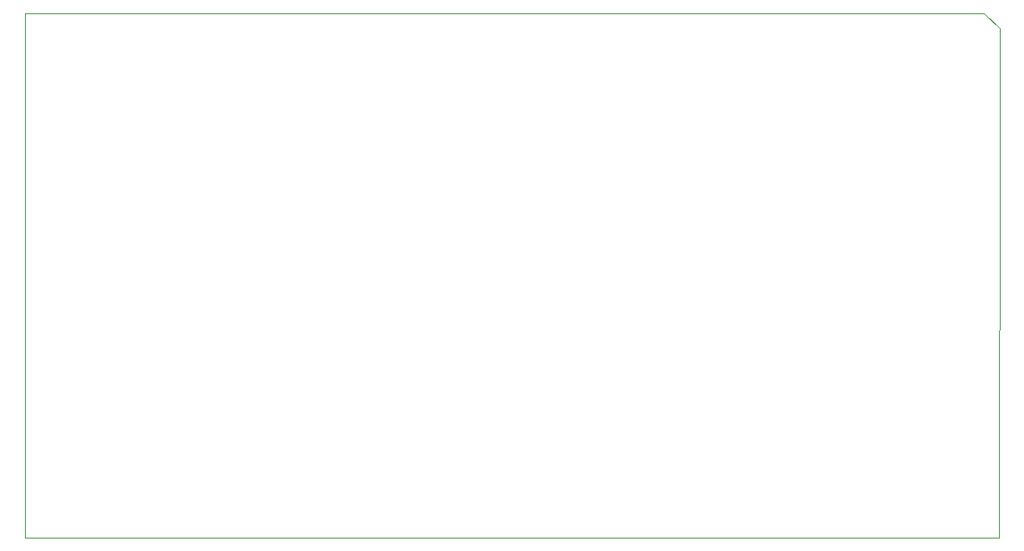
<source format=gbr>
G04 #@! TF.GenerationSoftware,KiCad,Pcbnew,(5.1.5)-3*
G04 #@! TF.CreationDate,2020-10-16T19:19:18-07:00*
G04 #@! TF.ProjectId,teensy4_ramps,7465656e-7379-4345-9f72-616d70732e6b,rev?*
G04 #@! TF.SameCoordinates,Original*
G04 #@! TF.FileFunction,Profile,NP*
%FSLAX46Y46*%
G04 Gerber Fmt 4.6, Leading zero omitted, Abs format (unit mm)*
G04 Created by KiCad (PCBNEW (5.1.5)-3) date 2020-10-16 19:19:18*
%MOMM*%
%LPD*%
G04 APERTURE LIST*
%ADD10C,0.050000*%
G04 APERTURE END LIST*
D10*
X200550000Y-102870000D02*
X200560000Y-63500000D01*
X101500000Y-104120000D02*
X200550000Y-104110000D01*
X101500000Y-50790000D02*
X101500000Y-104120000D01*
X101510000Y-50790000D02*
X101500000Y-50790000D01*
X199030000Y-50790000D02*
X101510000Y-50790000D01*
X200560000Y-52320000D02*
X199030000Y-50790000D01*
X200560000Y-63500000D02*
X200560000Y-52320000D01*
X200550000Y-104110000D02*
X200550000Y-102870000D01*
M02*

</source>
